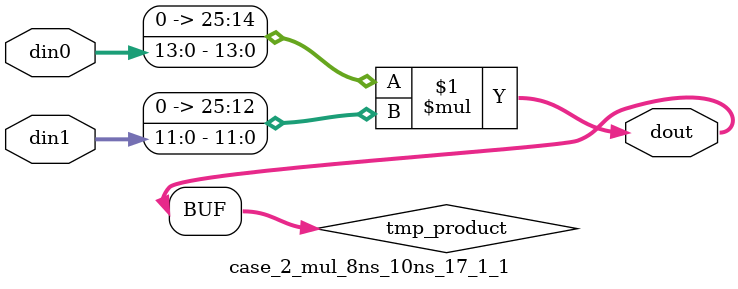
<source format=v>

`timescale 1 ns / 1 ps

 (* use_dsp = "no" *)  module case_2_mul_8ns_10ns_17_1_1(din0, din1, dout);
parameter ID = 1;
parameter NUM_STAGE = 0;
parameter din0_WIDTH = 14;
parameter din1_WIDTH = 12;
parameter dout_WIDTH = 26;

input [din0_WIDTH - 1 : 0] din0; 
input [din1_WIDTH - 1 : 0] din1; 
output [dout_WIDTH - 1 : 0] dout;

wire signed [dout_WIDTH - 1 : 0] tmp_product;
























assign tmp_product = $signed({1'b0, din0}) * $signed({1'b0, din1});











assign dout = tmp_product;





















endmodule

</source>
